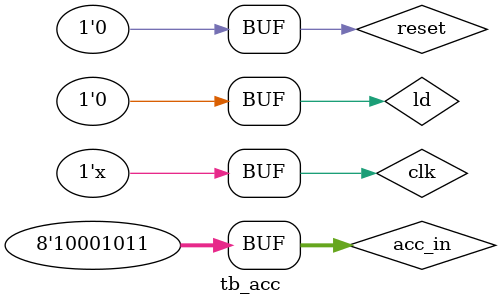
<source format=v>
module tb_acc;
	//Inputs
	reg ld;
	reg reset;
	reg clk;
	reg [7:0] acc_in;
	
	//Outputs
	wire [7:0] acc_out;
	
	//UUT
	acc U1 (
		.ld(ld),
		.reset(reset),
		.clk(clk),
		.acc_in(acc_in),
		.acc_out(acc_out)
	);
	
	
	initial begin 
		//Initialize 
		ld = 0;
		reset = 1;
		acc_in = 0;
		clk = 0;
		#1 reset = 0;
	
	
		//Simulation 
		#3 acc_in = 0001_1010;
		#3 acc_in = 0010_0010;
		#3 acc_in = 0100_0010;
		#3 acc_in = 1000_0010;
		#3 acc_in = 1000_0100;
		#3 acc_in = 1010_0110;
		#3 acc_in = 1000_0011;
	end
	
	always begin
		#1 clk = ~clk;
	end
	
	always begin
		#4 ld = 1;
		#1 ld = 0;
	end
	
endmodule 
</source>
